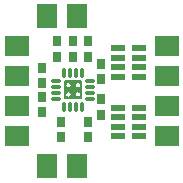
<source format=gts>
G04 DipTrace 2.4.0.2*
%INFlexADCBufferAry.gts*%
%MOIN*%
%ADD19C,0.006*%
%ADD26C,0.0065*%
%ADD37O,0.035X0.0134*%
%ADD38O,0.0134X0.035*%
%ADD39R,0.0468X0.0189*%
%ADD40R,0.0685X0.0816*%
%ADD41R,0.0816X0.0685*%
%ADD42R,0.0291X0.037*%
%FSLAX44Y44*%
G04*
G70*
G90*
G75*
G01*
%LNTopMask*%
%LPD*%
D42*
X6751Y6852D3*
Y7364D3*
X4798Y6710D3*
Y7222D3*
X6313Y7592D3*
Y8104D3*
X4798Y6265D3*
Y5753D3*
X5295Y7594D3*
Y8106D3*
X6752Y6169D3*
Y5658D3*
X5423Y5415D3*
Y4903D3*
X6304Y5416D3*
Y4904D3*
X5812Y7591D3*
Y8103D3*
D41*
X8937Y7937D3*
Y6937D3*
Y5937D3*
Y4937D3*
X3937D3*
Y5937D3*
Y6937D3*
Y7937D3*
D40*
X5937Y3937D3*
X4937D3*
D39*
X8021Y6927D3*
Y7242D3*
Y7557D3*
Y7872D3*
X7313D3*
Y7557D3*
Y7242D3*
Y6927D3*
X8022Y4943D3*
Y5258D3*
Y5573D3*
Y5888D3*
X7314D3*
Y5573D3*
Y5258D3*
Y4943D3*
X6097Y6775D2*
D19*
X5541D1*
Y6216D1*
X6097D1*
Y6775D1*
G36*
X5903Y6587D2*
X5717D1*
Y6401D1*
X5903D1*
Y6587D1*
G37*
G36*
X6111Y6560D2*
X5901D1*
Y6435D1*
X6111D1*
Y6560D1*
G37*
G36*
X5903Y6419D2*
X5750D1*
Y6205D1*
X5903D1*
Y6419D1*
G37*
G36*
X5881Y6790D2*
X5759D1*
Y6586D1*
X5881D1*
Y6790D1*
G37*
G36*
X5721Y6557D2*
X5528D1*
Y6431D1*
X5721D1*
Y6557D1*
G37*
X5867Y6340D2*
D26*
Y6347D1*
X5868Y6354D1*
X5869Y6361D1*
X5871Y6368D1*
X5873Y6375D1*
X5876Y6382D1*
X5879Y6389D1*
X5883Y6395D1*
X5888Y6401D1*
X5892Y6407D1*
X5897Y6412D1*
X5903Y6418D1*
X5909Y6422D1*
X5915Y6427D1*
X5922Y6430D1*
X5928Y6434D1*
X5935Y6437D1*
X5943Y6439D1*
X5950Y6441D1*
X5958Y6443D1*
X5965Y6444D1*
X5973D1*
X5980D1*
X5988D1*
X5996Y6443D1*
X6003Y6441D1*
X6011Y6439D1*
X6018Y6437D1*
X6025Y6434D1*
X6032Y6430D1*
X6038Y6427D1*
X6044Y6422D1*
X6050Y6418D1*
X6056Y6412D1*
X6061Y6407D1*
X6066Y6401D1*
X6070Y6395D1*
X6074Y6389D1*
X6077Y6382D1*
X6080Y6375D1*
X6082Y6368D1*
X6084Y6361D1*
X6086Y6354D1*
Y6347D1*
X6087Y6340D1*
X6086Y6332D1*
Y6325D1*
X6084Y6318D1*
X6082Y6311D1*
X6080Y6304D1*
X6077Y6297D1*
X6074Y6290D1*
X6070Y6284D1*
X6066Y6278D1*
X6061Y6272D1*
X6056Y6267D1*
X6050Y6262D1*
X6044Y6257D1*
X6038Y6252D1*
X6032Y6249D1*
X6025Y6245D1*
X6018Y6242D1*
X6011Y6240D1*
X6003Y6238D1*
X5996Y6236D1*
X5988Y6235D1*
X5980D1*
X5973D1*
X5965D1*
X5958Y6236D1*
X5950Y6238D1*
X5943Y6240D1*
X5935Y6242D1*
X5928Y6245D1*
X5922Y6249D1*
X5915Y6252D1*
X5909Y6257D1*
X5903Y6262D1*
X5897Y6267D1*
X5892Y6272D1*
X5888Y6278D1*
X5883Y6284D1*
X5879Y6290D1*
X5876Y6297D1*
X5873Y6304D1*
X5871Y6311D1*
X5869Y6318D1*
X5868Y6325D1*
X5867Y6332D1*
Y6340D1*
X5553Y6338D2*
Y6346D1*
X5554Y6353D1*
X5555Y6360D1*
X5557Y6367D1*
X5560Y6374D1*
X5563Y6381D1*
X5566Y6387D1*
X5570Y6394D1*
X5574Y6400D1*
X5579Y6406D1*
X5584Y6411D1*
X5589Y6416D1*
X5595Y6421D1*
X5602Y6425D1*
X5608Y6429D1*
X5615Y6433D1*
X5622Y6436D1*
X5629Y6438D1*
X5636Y6440D1*
X5644Y6442D1*
X5652Y6443D1*
X5659D1*
X5667D1*
X5675D1*
X5682Y6442D1*
X5690Y6440D1*
X5697Y6438D1*
X5704Y6436D1*
X5711Y6433D1*
X5718Y6429D1*
X5725Y6425D1*
X5731Y6421D1*
X5737Y6416D1*
X5742Y6411D1*
X5747Y6406D1*
X5752Y6400D1*
X5756Y6394D1*
X5760Y6387D1*
X5764Y6381D1*
X5766Y6374D1*
X5769Y6367D1*
X5771Y6360D1*
X5772Y6353D1*
X5773Y6346D1*
Y6338D1*
Y6331D1*
X5772Y6324D1*
X5771Y6316D1*
X5769Y6309D1*
X5766Y6302D1*
X5764Y6296D1*
X5760Y6289D1*
X5756Y6283D1*
X5752Y6277D1*
X5747Y6271D1*
X5742Y6265D1*
X5737Y6260D1*
X5731Y6255D1*
X5725Y6251D1*
X5718Y6247D1*
X5711Y6244D1*
X5704Y6241D1*
X5697Y6238D1*
X5690Y6236D1*
X5682Y6235D1*
X5675Y6234D1*
X5667Y6233D1*
X5659D1*
X5652Y6234D1*
X5644Y6235D1*
X5636Y6236D1*
X5629Y6238D1*
X5622Y6241D1*
X5615Y6244D1*
X5608Y6247D1*
X5602Y6251D1*
X5595Y6255D1*
X5589Y6260D1*
X5584Y6265D1*
X5579Y6271D1*
X5574Y6277D1*
X5570Y6283D1*
X5566Y6289D1*
X5563Y6296D1*
X5560Y6302D1*
X5557Y6309D1*
X5555Y6316D1*
X5554Y6324D1*
X5553Y6331D1*
Y6338D1*
X5865Y6651D2*
X5866Y6658D1*
X5867Y6665D1*
X5868Y6672D1*
X5870Y6679D1*
X5872Y6686D1*
X5875Y6693D1*
X5878Y6700D1*
X5882Y6706D1*
X5886Y6712D1*
X5891Y6718D1*
X5896Y6723D1*
X5902Y6729D1*
X5908Y6733D1*
X5914Y6738D1*
X5920Y6741D1*
X5927Y6745D1*
X5934Y6748D1*
X5941Y6750D1*
X5949Y6752D1*
X5956Y6754D1*
X5964Y6755D1*
X5972D1*
X5979D1*
X5987D1*
X5994Y6754D1*
X6002Y6752D1*
X6009Y6750D1*
X6017Y6748D1*
X6024Y6745D1*
X6030Y6741D1*
X6037Y6738D1*
X6043Y6733D1*
X6049Y6729D1*
X6054Y6723D1*
X6060Y6718D1*
X6064Y6712D1*
X6069Y6706D1*
X6072Y6700D1*
X6076Y6693D1*
X6079Y6686D1*
X6081Y6679D1*
X6083Y6672D1*
X6084Y6665D1*
X6085Y6658D1*
Y6651D1*
Y6643D1*
X6084Y6636D1*
X6083Y6629D1*
X6081Y6622D1*
X6079Y6615D1*
X6076Y6608D1*
X6072Y6601D1*
X6069Y6595D1*
X6064Y6589D1*
X6060Y6583D1*
X6054Y6578D1*
X6049Y6573D1*
X6043Y6568D1*
X6037Y6564D1*
X6030Y6560D1*
X6024Y6556D1*
X6017Y6553D1*
X6009Y6551D1*
X6002Y6549D1*
X5994Y6547D1*
X5987Y6546D1*
X5979D1*
X5972D1*
X5964D1*
X5956Y6547D1*
X5949Y6549D1*
X5941Y6551D1*
X5934Y6553D1*
X5927Y6556D1*
X5920Y6560D1*
X5914Y6564D1*
X5908Y6568D1*
X5902Y6573D1*
X5896Y6578D1*
X5891Y6583D1*
X5886Y6589D1*
X5882Y6595D1*
X5878Y6601D1*
X5875Y6608D1*
X5872Y6615D1*
X5870Y6622D1*
X5868Y6629D1*
X5867Y6636D1*
X5866Y6643D1*
X5865Y6651D1*
X5554D2*
X5555Y6658D1*
Y6665D1*
X5557Y6672D1*
X5559Y6679D1*
X5561Y6686D1*
X5564Y6693D1*
X5567Y6700D1*
X5571Y6706D1*
X5575Y6712D1*
X5580Y6718D1*
X5585Y6723D1*
X5591Y6729D1*
X5597Y6733D1*
X5603Y6738D1*
X5609Y6741D1*
X5616Y6745D1*
X5623Y6748D1*
X5630Y6750D1*
X5638Y6752D1*
X5645Y6754D1*
X5653Y6755D1*
X5661D1*
X5668D1*
X5676D1*
X5683Y6754D1*
X5691Y6752D1*
X5698Y6750D1*
X5706Y6748D1*
X5713Y6745D1*
X5719Y6741D1*
X5726Y6738D1*
X5732Y6733D1*
X5738Y6729D1*
X5743Y6723D1*
X5749Y6718D1*
X5753Y6712D1*
X5758Y6706D1*
X5761Y6700D1*
X5765Y6693D1*
X5768Y6686D1*
X5770Y6679D1*
X5772Y6672D1*
X5773Y6665D1*
X5774Y6658D1*
Y6651D1*
Y6643D1*
X5773Y6636D1*
X5772Y6629D1*
X5770Y6622D1*
X5768Y6615D1*
X5765Y6608D1*
X5761Y6601D1*
X5758Y6595D1*
X5753Y6589D1*
X5749Y6583D1*
X5743Y6578D1*
X5738Y6573D1*
X5732Y6568D1*
X5726Y6564D1*
X5719Y6560D1*
X5713Y6556D1*
X5706Y6553D1*
X5698Y6551D1*
X5691Y6549D1*
X5683Y6547D1*
X5676Y6546D1*
X5668D1*
X5661D1*
X5653D1*
X5645Y6547D1*
X5638Y6549D1*
X5630Y6551D1*
X5623Y6553D1*
X5616Y6556D1*
X5609Y6560D1*
X5603Y6564D1*
X5597Y6568D1*
X5591Y6573D1*
X5585Y6578D1*
X5580Y6583D1*
X5575Y6589D1*
X5571Y6595D1*
X5567Y6601D1*
X5564Y6608D1*
X5561Y6615D1*
X5559Y6622D1*
X5557Y6629D1*
X5555Y6636D1*
Y6643D1*
X5554Y6651D1*
D38*
X6115Y7065D3*
X5918D3*
X5721D3*
X5524D3*
D37*
X5248Y6789D3*
Y6593D3*
Y6396D3*
Y6199D3*
D38*
X5524Y5923D3*
X5721D3*
X5918D3*
X6115D3*
D37*
X6390Y6199D3*
Y6396D3*
Y6593D3*
Y6789D3*
D40*
X5937Y8937D3*
X4937D3*
M02*

</source>
